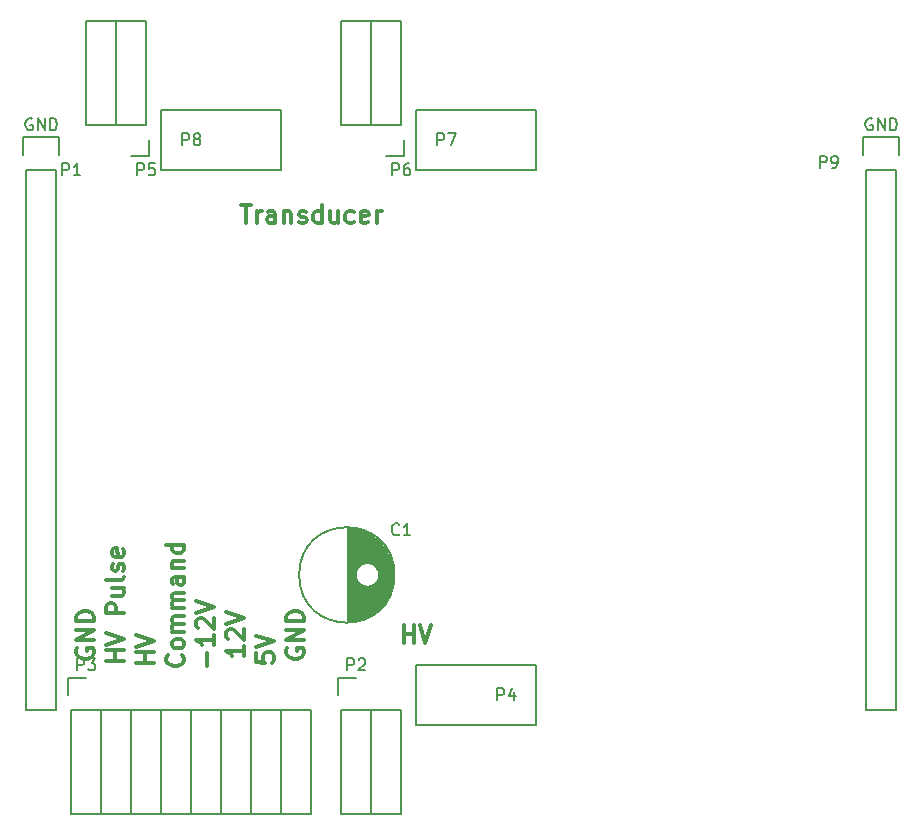
<source format=gbr>
G04 #@! TF.FileFunction,Legend,Top*
%FSLAX46Y46*%
G04 Gerber Fmt 4.6, Leading zero omitted, Abs format (unit mm)*
G04 Created by KiCad (PCBNEW 4.0.3+e1-6302~38~ubuntu16.04.1-stable) date Fri Aug 26 17:26:24 2016*
%MOMM*%
%LPD*%
G01*
G04 APERTURE LIST*
%ADD10C,0.100000*%
%ADD11C,0.300000*%
%ADD12C,0.150000*%
G04 APERTURE END LIST*
D10*
D11*
X91638572Y-130218571D02*
X91638572Y-128718571D01*
X91638572Y-129432857D02*
X92495715Y-129432857D01*
X92495715Y-130218571D02*
X92495715Y-128718571D01*
X92995715Y-128718571D02*
X93495715Y-130218571D01*
X93995715Y-128718571D01*
X77855715Y-93158571D02*
X78712858Y-93158571D01*
X78284287Y-94658571D02*
X78284287Y-93158571D01*
X79212858Y-94658571D02*
X79212858Y-93658571D01*
X79212858Y-93944286D02*
X79284286Y-93801429D01*
X79355715Y-93730000D01*
X79498572Y-93658571D01*
X79641429Y-93658571D01*
X80784286Y-94658571D02*
X80784286Y-93872857D01*
X80712857Y-93730000D01*
X80570000Y-93658571D01*
X80284286Y-93658571D01*
X80141429Y-93730000D01*
X80784286Y-94587143D02*
X80641429Y-94658571D01*
X80284286Y-94658571D01*
X80141429Y-94587143D01*
X80070000Y-94444286D01*
X80070000Y-94301429D01*
X80141429Y-94158571D01*
X80284286Y-94087143D01*
X80641429Y-94087143D01*
X80784286Y-94015714D01*
X81498572Y-93658571D02*
X81498572Y-94658571D01*
X81498572Y-93801429D02*
X81570000Y-93730000D01*
X81712858Y-93658571D01*
X81927143Y-93658571D01*
X82070000Y-93730000D01*
X82141429Y-93872857D01*
X82141429Y-94658571D01*
X82784286Y-94587143D02*
X82927143Y-94658571D01*
X83212858Y-94658571D01*
X83355715Y-94587143D01*
X83427143Y-94444286D01*
X83427143Y-94372857D01*
X83355715Y-94230000D01*
X83212858Y-94158571D01*
X82998572Y-94158571D01*
X82855715Y-94087143D01*
X82784286Y-93944286D01*
X82784286Y-93872857D01*
X82855715Y-93730000D01*
X82998572Y-93658571D01*
X83212858Y-93658571D01*
X83355715Y-93730000D01*
X84712858Y-94658571D02*
X84712858Y-93158571D01*
X84712858Y-94587143D02*
X84570001Y-94658571D01*
X84284287Y-94658571D01*
X84141429Y-94587143D01*
X84070001Y-94515714D01*
X83998572Y-94372857D01*
X83998572Y-93944286D01*
X84070001Y-93801429D01*
X84141429Y-93730000D01*
X84284287Y-93658571D01*
X84570001Y-93658571D01*
X84712858Y-93730000D01*
X86070001Y-93658571D02*
X86070001Y-94658571D01*
X85427144Y-93658571D02*
X85427144Y-94444286D01*
X85498572Y-94587143D01*
X85641430Y-94658571D01*
X85855715Y-94658571D01*
X85998572Y-94587143D01*
X86070001Y-94515714D01*
X87427144Y-94587143D02*
X87284287Y-94658571D01*
X86998573Y-94658571D01*
X86855715Y-94587143D01*
X86784287Y-94515714D01*
X86712858Y-94372857D01*
X86712858Y-93944286D01*
X86784287Y-93801429D01*
X86855715Y-93730000D01*
X86998573Y-93658571D01*
X87284287Y-93658571D01*
X87427144Y-93730000D01*
X88641429Y-94587143D02*
X88498572Y-94658571D01*
X88212858Y-94658571D01*
X88070001Y-94587143D01*
X87998572Y-94444286D01*
X87998572Y-93872857D01*
X88070001Y-93730000D01*
X88212858Y-93658571D01*
X88498572Y-93658571D01*
X88641429Y-93730000D01*
X88712858Y-93872857D01*
X88712858Y-94015714D01*
X87998572Y-94158571D01*
X89355715Y-94658571D02*
X89355715Y-93658571D01*
X89355715Y-93944286D02*
X89427143Y-93801429D01*
X89498572Y-93730000D01*
X89641429Y-93658571D01*
X89784286Y-93658571D01*
X64020000Y-130682857D02*
X63948571Y-130825714D01*
X63948571Y-131040000D01*
X64020000Y-131254285D01*
X64162857Y-131397143D01*
X64305714Y-131468571D01*
X64591429Y-131540000D01*
X64805714Y-131540000D01*
X65091429Y-131468571D01*
X65234286Y-131397143D01*
X65377143Y-131254285D01*
X65448571Y-131040000D01*
X65448571Y-130897143D01*
X65377143Y-130682857D01*
X65305714Y-130611428D01*
X64805714Y-130611428D01*
X64805714Y-130897143D01*
X65448571Y-129968571D02*
X63948571Y-129968571D01*
X65448571Y-129111428D01*
X63948571Y-129111428D01*
X65448571Y-128397142D02*
X63948571Y-128397142D01*
X63948571Y-128039999D01*
X64020000Y-127825714D01*
X64162857Y-127682856D01*
X64305714Y-127611428D01*
X64591429Y-127539999D01*
X64805714Y-127539999D01*
X65091429Y-127611428D01*
X65234286Y-127682856D01*
X65377143Y-127825714D01*
X65448571Y-128039999D01*
X65448571Y-128397142D01*
X81800000Y-130682857D02*
X81728571Y-130825714D01*
X81728571Y-131040000D01*
X81800000Y-131254285D01*
X81942857Y-131397143D01*
X82085714Y-131468571D01*
X82371429Y-131540000D01*
X82585714Y-131540000D01*
X82871429Y-131468571D01*
X83014286Y-131397143D01*
X83157143Y-131254285D01*
X83228571Y-131040000D01*
X83228571Y-130897143D01*
X83157143Y-130682857D01*
X83085714Y-130611428D01*
X82585714Y-130611428D01*
X82585714Y-130897143D01*
X83228571Y-129968571D02*
X81728571Y-129968571D01*
X83228571Y-129111428D01*
X81728571Y-129111428D01*
X83228571Y-128397142D02*
X81728571Y-128397142D01*
X81728571Y-128039999D01*
X81800000Y-127825714D01*
X81942857Y-127682856D01*
X82085714Y-127611428D01*
X82371429Y-127539999D01*
X82585714Y-127539999D01*
X82871429Y-127611428D01*
X83014286Y-127682856D01*
X83157143Y-127825714D01*
X83228571Y-128039999D01*
X83228571Y-128397142D01*
X79188571Y-131095713D02*
X79188571Y-131809999D01*
X79902857Y-131881428D01*
X79831429Y-131809999D01*
X79760000Y-131667142D01*
X79760000Y-131309999D01*
X79831429Y-131167142D01*
X79902857Y-131095713D01*
X80045714Y-131024285D01*
X80402857Y-131024285D01*
X80545714Y-131095713D01*
X80617143Y-131167142D01*
X80688571Y-131309999D01*
X80688571Y-131667142D01*
X80617143Y-131809999D01*
X80545714Y-131881428D01*
X79188571Y-130595714D02*
X80688571Y-130095714D01*
X79188571Y-129595714D01*
X78148571Y-130468571D02*
X78148571Y-131325714D01*
X78148571Y-130897142D02*
X76648571Y-130897142D01*
X76862857Y-131039999D01*
X77005714Y-131182857D01*
X77077143Y-131325714D01*
X76791429Y-129897143D02*
X76720000Y-129825714D01*
X76648571Y-129682857D01*
X76648571Y-129325714D01*
X76720000Y-129182857D01*
X76791429Y-129111428D01*
X76934286Y-129040000D01*
X77077143Y-129040000D01*
X77291429Y-129111428D01*
X78148571Y-129968571D01*
X78148571Y-129040000D01*
X76648571Y-128611429D02*
X78148571Y-128111429D01*
X76648571Y-127611429D01*
X75037143Y-132182856D02*
X75037143Y-131039999D01*
X75608571Y-129539999D02*
X75608571Y-130397142D01*
X75608571Y-129968570D02*
X74108571Y-129968570D01*
X74322857Y-130111427D01*
X74465714Y-130254285D01*
X74537143Y-130397142D01*
X74251429Y-128968571D02*
X74180000Y-128897142D01*
X74108571Y-128754285D01*
X74108571Y-128397142D01*
X74180000Y-128254285D01*
X74251429Y-128182856D01*
X74394286Y-128111428D01*
X74537143Y-128111428D01*
X74751429Y-128182856D01*
X75608571Y-129039999D01*
X75608571Y-128111428D01*
X74108571Y-127682857D02*
X75608571Y-127182857D01*
X74108571Y-126682857D01*
X72925714Y-131250000D02*
X72997143Y-131321429D01*
X73068571Y-131535715D01*
X73068571Y-131678572D01*
X72997143Y-131892857D01*
X72854286Y-132035715D01*
X72711429Y-132107143D01*
X72425714Y-132178572D01*
X72211429Y-132178572D01*
X71925714Y-132107143D01*
X71782857Y-132035715D01*
X71640000Y-131892857D01*
X71568571Y-131678572D01*
X71568571Y-131535715D01*
X71640000Y-131321429D01*
X71711429Y-131250000D01*
X73068571Y-130392857D02*
X72997143Y-130535715D01*
X72925714Y-130607143D01*
X72782857Y-130678572D01*
X72354286Y-130678572D01*
X72211429Y-130607143D01*
X72140000Y-130535715D01*
X72068571Y-130392857D01*
X72068571Y-130178572D01*
X72140000Y-130035715D01*
X72211429Y-129964286D01*
X72354286Y-129892857D01*
X72782857Y-129892857D01*
X72925714Y-129964286D01*
X72997143Y-130035715D01*
X73068571Y-130178572D01*
X73068571Y-130392857D01*
X73068571Y-129250000D02*
X72068571Y-129250000D01*
X72211429Y-129250000D02*
X72140000Y-129178572D01*
X72068571Y-129035714D01*
X72068571Y-128821429D01*
X72140000Y-128678572D01*
X72282857Y-128607143D01*
X73068571Y-128607143D01*
X72282857Y-128607143D02*
X72140000Y-128535714D01*
X72068571Y-128392857D01*
X72068571Y-128178572D01*
X72140000Y-128035714D01*
X72282857Y-127964286D01*
X73068571Y-127964286D01*
X73068571Y-127250000D02*
X72068571Y-127250000D01*
X72211429Y-127250000D02*
X72140000Y-127178572D01*
X72068571Y-127035714D01*
X72068571Y-126821429D01*
X72140000Y-126678572D01*
X72282857Y-126607143D01*
X73068571Y-126607143D01*
X72282857Y-126607143D02*
X72140000Y-126535714D01*
X72068571Y-126392857D01*
X72068571Y-126178572D01*
X72140000Y-126035714D01*
X72282857Y-125964286D01*
X73068571Y-125964286D01*
X73068571Y-124607143D02*
X72282857Y-124607143D01*
X72140000Y-124678572D01*
X72068571Y-124821429D01*
X72068571Y-125107143D01*
X72140000Y-125250000D01*
X72997143Y-124607143D02*
X73068571Y-124750000D01*
X73068571Y-125107143D01*
X72997143Y-125250000D01*
X72854286Y-125321429D01*
X72711429Y-125321429D01*
X72568571Y-125250000D01*
X72497143Y-125107143D01*
X72497143Y-124750000D01*
X72425714Y-124607143D01*
X72068571Y-123892857D02*
X73068571Y-123892857D01*
X72211429Y-123892857D02*
X72140000Y-123821429D01*
X72068571Y-123678571D01*
X72068571Y-123464286D01*
X72140000Y-123321429D01*
X72282857Y-123250000D01*
X73068571Y-123250000D01*
X73068571Y-121892857D02*
X71568571Y-121892857D01*
X72997143Y-121892857D02*
X73068571Y-122035714D01*
X73068571Y-122321428D01*
X72997143Y-122464286D01*
X72925714Y-122535714D01*
X72782857Y-122607143D01*
X72354286Y-122607143D01*
X72211429Y-122535714D01*
X72140000Y-122464286D01*
X72068571Y-122321428D01*
X72068571Y-122035714D01*
X72140000Y-121892857D01*
X70528571Y-131881428D02*
X69028571Y-131881428D01*
X69742857Y-131881428D02*
X69742857Y-131024285D01*
X70528571Y-131024285D02*
X69028571Y-131024285D01*
X69028571Y-130524285D02*
X70528571Y-130024285D01*
X69028571Y-129524285D01*
X67988571Y-131714285D02*
X66488571Y-131714285D01*
X67202857Y-131714285D02*
X67202857Y-130857142D01*
X67988571Y-130857142D02*
X66488571Y-130857142D01*
X66488571Y-130357142D02*
X67988571Y-129857142D01*
X66488571Y-129357142D01*
X67988571Y-127714285D02*
X66488571Y-127714285D01*
X66488571Y-127142857D01*
X66560000Y-126999999D01*
X66631429Y-126928571D01*
X66774286Y-126857142D01*
X66988571Y-126857142D01*
X67131429Y-126928571D01*
X67202857Y-126999999D01*
X67274286Y-127142857D01*
X67274286Y-127714285D01*
X66988571Y-125571428D02*
X67988571Y-125571428D01*
X66988571Y-126214285D02*
X67774286Y-126214285D01*
X67917143Y-126142857D01*
X67988571Y-125999999D01*
X67988571Y-125785714D01*
X67917143Y-125642857D01*
X67845714Y-125571428D01*
X67988571Y-124642856D02*
X67917143Y-124785714D01*
X67774286Y-124857142D01*
X66488571Y-124857142D01*
X67917143Y-124142857D02*
X67988571Y-124000000D01*
X67988571Y-123714285D01*
X67917143Y-123571428D01*
X67774286Y-123500000D01*
X67702857Y-123500000D01*
X67560000Y-123571428D01*
X67488571Y-123714285D01*
X67488571Y-123928571D01*
X67417143Y-124071428D01*
X67274286Y-124142857D01*
X67202857Y-124142857D01*
X67060000Y-124071428D01*
X66988571Y-123928571D01*
X66988571Y-123714285D01*
X67060000Y-123571428D01*
X67917143Y-122285714D02*
X67988571Y-122428571D01*
X67988571Y-122714285D01*
X67917143Y-122857142D01*
X67774286Y-122928571D01*
X67202857Y-122928571D01*
X67060000Y-122857142D01*
X66988571Y-122714285D01*
X66988571Y-122428571D01*
X67060000Y-122285714D01*
X67202857Y-122214285D01*
X67345714Y-122214285D01*
X67488571Y-122928571D01*
D12*
X91440000Y-144720000D02*
X91440000Y-135890000D01*
X88900000Y-144720000D02*
X91440000Y-144720000D01*
X88900000Y-135890000D02*
X88900000Y-144720000D01*
X88900000Y-135890000D02*
X91440000Y-135890000D01*
X86360000Y-135890000D02*
X88900000Y-135890000D01*
X87630000Y-133220000D02*
X86080000Y-133220000D01*
X86080000Y-133220000D02*
X86080000Y-134620000D01*
X86360000Y-135890000D02*
X86360000Y-144720000D01*
X86360000Y-144720000D02*
X88900000Y-144720000D01*
X88900000Y-144720000D02*
X88900000Y-135890000D01*
X81280000Y-144720000D02*
X81280000Y-135890000D01*
X78740000Y-144720000D02*
X81280000Y-144720000D01*
X78740000Y-135890000D02*
X81280000Y-135890000D01*
X81280000Y-135890000D02*
X83820000Y-135890000D01*
X81280000Y-144720000D02*
X83820000Y-144720000D01*
X83820000Y-144720000D02*
X83820000Y-135890000D01*
X78740000Y-144720000D02*
X78740000Y-135890000D01*
X76200000Y-144720000D02*
X78740000Y-144720000D01*
X76200000Y-135890000D02*
X78740000Y-135890000D01*
X73660000Y-135890000D02*
X76200000Y-135890000D01*
X73660000Y-144720000D02*
X76200000Y-144720000D01*
X76200000Y-144720000D02*
X76200000Y-135890000D01*
X73660000Y-144720000D02*
X73660000Y-135890000D01*
X71120000Y-144720000D02*
X73660000Y-144720000D01*
X71120000Y-135890000D02*
X73660000Y-135890000D01*
X68580000Y-135890000D02*
X71120000Y-135890000D01*
X68580000Y-144720000D02*
X71120000Y-144720000D01*
X71120000Y-144720000D02*
X71120000Y-135890000D01*
X68580000Y-144720000D02*
X68580000Y-135890000D01*
X66040000Y-144720000D02*
X68580000Y-144720000D01*
X66040000Y-135890000D02*
X66040000Y-144720000D01*
X66040000Y-135890000D02*
X68580000Y-135890000D01*
X63500000Y-135890000D02*
X66040000Y-135890000D01*
X64770000Y-133220000D02*
X63220000Y-133220000D01*
X63220000Y-133220000D02*
X63220000Y-134620000D01*
X63500000Y-135890000D02*
X63500000Y-144720000D01*
X63500000Y-144720000D02*
X66040000Y-144720000D01*
X66040000Y-144720000D02*
X66040000Y-135890000D01*
X92710000Y-132080000D02*
X102870000Y-132080000D01*
X102870000Y-132080000D02*
X102870000Y-137160000D01*
X102870000Y-137160000D02*
X92710000Y-137160000D01*
X92710000Y-137160000D02*
X92710000Y-132080000D01*
X64770000Y-77530000D02*
X64770000Y-86360000D01*
X67310000Y-77530000D02*
X64770000Y-77530000D01*
X67310000Y-86360000D02*
X67310000Y-77530000D01*
X67310000Y-86360000D02*
X64770000Y-86360000D01*
X69850000Y-86360000D02*
X67310000Y-86360000D01*
X68580000Y-89030000D02*
X70130000Y-89030000D01*
X70130000Y-89030000D02*
X70130000Y-87630000D01*
X69850000Y-86360000D02*
X69850000Y-77530000D01*
X69850000Y-77530000D02*
X67310000Y-77530000D01*
X67310000Y-77530000D02*
X67310000Y-86360000D01*
X86360000Y-77530000D02*
X86360000Y-86360000D01*
X88900000Y-77530000D02*
X86360000Y-77530000D01*
X88900000Y-86360000D02*
X88900000Y-77530000D01*
X88900000Y-86360000D02*
X86360000Y-86360000D01*
X91440000Y-86360000D02*
X88900000Y-86360000D01*
X90170000Y-89030000D02*
X91720000Y-89030000D01*
X91720000Y-89030000D02*
X91720000Y-87630000D01*
X91440000Y-86360000D02*
X91440000Y-77530000D01*
X91440000Y-77530000D02*
X88900000Y-77530000D01*
X88900000Y-77530000D02*
X88900000Y-86360000D01*
X102870000Y-90170000D02*
X92710000Y-90170000D01*
X92710000Y-90170000D02*
X92710000Y-85090000D01*
X92710000Y-85090000D02*
X102870000Y-85090000D01*
X102870000Y-85090000D02*
X102870000Y-90170000D01*
X81280000Y-90170000D02*
X71120000Y-90170000D01*
X71120000Y-90170000D02*
X71120000Y-85090000D01*
X71120000Y-85090000D02*
X81280000Y-85090000D01*
X81280000Y-85090000D02*
X81280000Y-90170000D01*
X130810000Y-90170000D02*
X130810000Y-135890000D01*
X130810000Y-135890000D02*
X133350000Y-135890000D01*
X133350000Y-135890000D02*
X133350000Y-90170000D01*
X130530000Y-87350000D02*
X130530000Y-88900000D01*
X130810000Y-90170000D02*
X133350000Y-90170000D01*
X133630000Y-88900000D02*
X133630000Y-87350000D01*
X133630000Y-87350000D02*
X130530000Y-87350000D01*
X59690000Y-90170000D02*
X59690000Y-135890000D01*
X59690000Y-135890000D02*
X62230000Y-135890000D01*
X62230000Y-135890000D02*
X62230000Y-90170000D01*
X59410000Y-87350000D02*
X59410000Y-88900000D01*
X59690000Y-90170000D02*
X62230000Y-90170000D01*
X62510000Y-88900000D02*
X62510000Y-87350000D01*
X62510000Y-87350000D02*
X59410000Y-87350000D01*
X86915000Y-120461000D02*
X86915000Y-128459000D01*
X87055000Y-120466000D02*
X87055000Y-128454000D01*
X87195000Y-120476000D02*
X87195000Y-128444000D01*
X87335000Y-120491000D02*
X87335000Y-128429000D01*
X87475000Y-120511000D02*
X87475000Y-128409000D01*
X87615000Y-120536000D02*
X87615000Y-124238000D01*
X87615000Y-124682000D02*
X87615000Y-128384000D01*
X87755000Y-120566000D02*
X87755000Y-123910000D01*
X87755000Y-125010000D02*
X87755000Y-128354000D01*
X87895000Y-120602000D02*
X87895000Y-123741000D01*
X87895000Y-125179000D02*
X87895000Y-128318000D01*
X88035000Y-120643000D02*
X88035000Y-123628000D01*
X88035000Y-125292000D02*
X88035000Y-128277000D01*
X88175000Y-120689000D02*
X88175000Y-123550000D01*
X88175000Y-125370000D02*
X88175000Y-128231000D01*
X88315000Y-120742000D02*
X88315000Y-123499000D01*
X88315000Y-125421000D02*
X88315000Y-128178000D01*
X88455000Y-120801000D02*
X88455000Y-123469000D01*
X88455000Y-125451000D02*
X88455000Y-128119000D01*
X88595000Y-120866000D02*
X88595000Y-123460000D01*
X88595000Y-125460000D02*
X88595000Y-128054000D01*
X88735000Y-120937000D02*
X88735000Y-123471000D01*
X88735000Y-125449000D02*
X88735000Y-127983000D01*
X88875000Y-121016000D02*
X88875000Y-123501000D01*
X88875000Y-125419000D02*
X88875000Y-127904000D01*
X89015000Y-121103000D02*
X89015000Y-123555000D01*
X89015000Y-125365000D02*
X89015000Y-127817000D01*
X89155000Y-121198000D02*
X89155000Y-123635000D01*
X89155000Y-125285000D02*
X89155000Y-127722000D01*
X89295000Y-121302000D02*
X89295000Y-123751000D01*
X89295000Y-125169000D02*
X89295000Y-127618000D01*
X89435000Y-121416000D02*
X89435000Y-123925000D01*
X89435000Y-124995000D02*
X89435000Y-127504000D01*
X89575000Y-121541000D02*
X89575000Y-124287000D01*
X89575000Y-124633000D02*
X89575000Y-127379000D01*
X89715000Y-121679000D02*
X89715000Y-127241000D01*
X89855000Y-121831000D02*
X89855000Y-127089000D01*
X89995000Y-122001000D02*
X89995000Y-126919000D01*
X90135000Y-122192000D02*
X90135000Y-126728000D01*
X90275000Y-122410000D02*
X90275000Y-126510000D01*
X90415000Y-122666000D02*
X90415000Y-126254000D01*
X90555000Y-122977000D02*
X90555000Y-125943000D01*
X90695000Y-123393000D02*
X90695000Y-125527000D01*
X90835000Y-124260000D02*
X90835000Y-124660000D01*
X89590000Y-124460000D02*
G75*
G03X89590000Y-124460000I-1000000J0D01*
G01*
X90877500Y-124460000D02*
G75*
G03X90877500Y-124460000I-4037500J0D01*
G01*
X86891905Y-132532381D02*
X86891905Y-131532381D01*
X87272858Y-131532381D01*
X87368096Y-131580000D01*
X87415715Y-131627619D01*
X87463334Y-131722857D01*
X87463334Y-131865714D01*
X87415715Y-131960952D01*
X87368096Y-132008571D01*
X87272858Y-132056190D01*
X86891905Y-132056190D01*
X87844286Y-131627619D02*
X87891905Y-131580000D01*
X87987143Y-131532381D01*
X88225239Y-131532381D01*
X88320477Y-131580000D01*
X88368096Y-131627619D01*
X88415715Y-131722857D01*
X88415715Y-131818095D01*
X88368096Y-131960952D01*
X87796667Y-132532381D01*
X88415715Y-132532381D01*
X64031905Y-132532381D02*
X64031905Y-131532381D01*
X64412858Y-131532381D01*
X64508096Y-131580000D01*
X64555715Y-131627619D01*
X64603334Y-131722857D01*
X64603334Y-131865714D01*
X64555715Y-131960952D01*
X64508096Y-132008571D01*
X64412858Y-132056190D01*
X64031905Y-132056190D01*
X64936667Y-131532381D02*
X65555715Y-131532381D01*
X65222381Y-131913333D01*
X65365239Y-131913333D01*
X65460477Y-131960952D01*
X65508096Y-132008571D01*
X65555715Y-132103810D01*
X65555715Y-132341905D01*
X65508096Y-132437143D01*
X65460477Y-132484762D01*
X65365239Y-132532381D01*
X65079524Y-132532381D01*
X64984286Y-132484762D01*
X64936667Y-132437143D01*
X99591905Y-135072381D02*
X99591905Y-134072381D01*
X99972858Y-134072381D01*
X100068096Y-134120000D01*
X100115715Y-134167619D01*
X100163334Y-134262857D01*
X100163334Y-134405714D01*
X100115715Y-134500952D01*
X100068096Y-134548571D01*
X99972858Y-134596190D01*
X99591905Y-134596190D01*
X101020477Y-134405714D02*
X101020477Y-135072381D01*
X100782381Y-134024762D02*
X100544286Y-134739048D01*
X101163334Y-134739048D01*
X69111905Y-90622381D02*
X69111905Y-89622381D01*
X69492858Y-89622381D01*
X69588096Y-89670000D01*
X69635715Y-89717619D01*
X69683334Y-89812857D01*
X69683334Y-89955714D01*
X69635715Y-90050952D01*
X69588096Y-90098571D01*
X69492858Y-90146190D01*
X69111905Y-90146190D01*
X70588096Y-89622381D02*
X70111905Y-89622381D01*
X70064286Y-90098571D01*
X70111905Y-90050952D01*
X70207143Y-90003333D01*
X70445239Y-90003333D01*
X70540477Y-90050952D01*
X70588096Y-90098571D01*
X70635715Y-90193810D01*
X70635715Y-90431905D01*
X70588096Y-90527143D01*
X70540477Y-90574762D01*
X70445239Y-90622381D01*
X70207143Y-90622381D01*
X70111905Y-90574762D01*
X70064286Y-90527143D01*
X90701905Y-90622381D02*
X90701905Y-89622381D01*
X91082858Y-89622381D01*
X91178096Y-89670000D01*
X91225715Y-89717619D01*
X91273334Y-89812857D01*
X91273334Y-89955714D01*
X91225715Y-90050952D01*
X91178096Y-90098571D01*
X91082858Y-90146190D01*
X90701905Y-90146190D01*
X92130477Y-89622381D02*
X91940000Y-89622381D01*
X91844762Y-89670000D01*
X91797143Y-89717619D01*
X91701905Y-89860476D01*
X91654286Y-90050952D01*
X91654286Y-90431905D01*
X91701905Y-90527143D01*
X91749524Y-90574762D01*
X91844762Y-90622381D01*
X92035239Y-90622381D01*
X92130477Y-90574762D01*
X92178096Y-90527143D01*
X92225715Y-90431905D01*
X92225715Y-90193810D01*
X92178096Y-90098571D01*
X92130477Y-90050952D01*
X92035239Y-90003333D01*
X91844762Y-90003333D01*
X91749524Y-90050952D01*
X91701905Y-90098571D01*
X91654286Y-90193810D01*
X94511905Y-88082381D02*
X94511905Y-87082381D01*
X94892858Y-87082381D01*
X94988096Y-87130000D01*
X95035715Y-87177619D01*
X95083334Y-87272857D01*
X95083334Y-87415714D01*
X95035715Y-87510952D01*
X94988096Y-87558571D01*
X94892858Y-87606190D01*
X94511905Y-87606190D01*
X95416667Y-87082381D02*
X96083334Y-87082381D01*
X95654762Y-88082381D01*
X72921905Y-88082381D02*
X72921905Y-87082381D01*
X73302858Y-87082381D01*
X73398096Y-87130000D01*
X73445715Y-87177619D01*
X73493334Y-87272857D01*
X73493334Y-87415714D01*
X73445715Y-87510952D01*
X73398096Y-87558571D01*
X73302858Y-87606190D01*
X72921905Y-87606190D01*
X74064762Y-87510952D02*
X73969524Y-87463333D01*
X73921905Y-87415714D01*
X73874286Y-87320476D01*
X73874286Y-87272857D01*
X73921905Y-87177619D01*
X73969524Y-87130000D01*
X74064762Y-87082381D01*
X74255239Y-87082381D01*
X74350477Y-87130000D01*
X74398096Y-87177619D01*
X74445715Y-87272857D01*
X74445715Y-87320476D01*
X74398096Y-87415714D01*
X74350477Y-87463333D01*
X74255239Y-87510952D01*
X74064762Y-87510952D01*
X73969524Y-87558571D01*
X73921905Y-87606190D01*
X73874286Y-87701429D01*
X73874286Y-87891905D01*
X73921905Y-87987143D01*
X73969524Y-88034762D01*
X74064762Y-88082381D01*
X74255239Y-88082381D01*
X74350477Y-88034762D01*
X74398096Y-87987143D01*
X74445715Y-87891905D01*
X74445715Y-87701429D01*
X74398096Y-87606190D01*
X74350477Y-87558571D01*
X74255239Y-87510952D01*
X126896905Y-89987381D02*
X126896905Y-88987381D01*
X127277858Y-88987381D01*
X127373096Y-89035000D01*
X127420715Y-89082619D01*
X127468334Y-89177857D01*
X127468334Y-89320714D01*
X127420715Y-89415952D01*
X127373096Y-89463571D01*
X127277858Y-89511190D01*
X126896905Y-89511190D01*
X127944524Y-89987381D02*
X128135000Y-89987381D01*
X128230239Y-89939762D01*
X128277858Y-89892143D01*
X128373096Y-89749286D01*
X128420715Y-89558810D01*
X128420715Y-89177857D01*
X128373096Y-89082619D01*
X128325477Y-89035000D01*
X128230239Y-88987381D01*
X128039762Y-88987381D01*
X127944524Y-89035000D01*
X127896905Y-89082619D01*
X127849286Y-89177857D01*
X127849286Y-89415952D01*
X127896905Y-89511190D01*
X127944524Y-89558810D01*
X128039762Y-89606429D01*
X128230239Y-89606429D01*
X128325477Y-89558810D01*
X128373096Y-89511190D01*
X128420715Y-89415952D01*
X131318096Y-85860000D02*
X131222858Y-85812381D01*
X131080001Y-85812381D01*
X130937143Y-85860000D01*
X130841905Y-85955238D01*
X130794286Y-86050476D01*
X130746667Y-86240952D01*
X130746667Y-86383810D01*
X130794286Y-86574286D01*
X130841905Y-86669524D01*
X130937143Y-86764762D01*
X131080001Y-86812381D01*
X131175239Y-86812381D01*
X131318096Y-86764762D01*
X131365715Y-86717143D01*
X131365715Y-86383810D01*
X131175239Y-86383810D01*
X131794286Y-86812381D02*
X131794286Y-85812381D01*
X132365715Y-86812381D01*
X132365715Y-85812381D01*
X132841905Y-86812381D02*
X132841905Y-85812381D01*
X133080000Y-85812381D01*
X133222858Y-85860000D01*
X133318096Y-85955238D01*
X133365715Y-86050476D01*
X133413334Y-86240952D01*
X133413334Y-86383810D01*
X133365715Y-86574286D01*
X133318096Y-86669524D01*
X133222858Y-86764762D01*
X133080000Y-86812381D01*
X132841905Y-86812381D01*
X62761905Y-90622381D02*
X62761905Y-89622381D01*
X63142858Y-89622381D01*
X63238096Y-89670000D01*
X63285715Y-89717619D01*
X63333334Y-89812857D01*
X63333334Y-89955714D01*
X63285715Y-90050952D01*
X63238096Y-90098571D01*
X63142858Y-90146190D01*
X62761905Y-90146190D01*
X64285715Y-90622381D02*
X63714286Y-90622381D01*
X64000000Y-90622381D02*
X64000000Y-89622381D01*
X63904762Y-89765238D01*
X63809524Y-89860476D01*
X63714286Y-89908095D01*
X60198096Y-85860000D02*
X60102858Y-85812381D01*
X59960001Y-85812381D01*
X59817143Y-85860000D01*
X59721905Y-85955238D01*
X59674286Y-86050476D01*
X59626667Y-86240952D01*
X59626667Y-86383810D01*
X59674286Y-86574286D01*
X59721905Y-86669524D01*
X59817143Y-86764762D01*
X59960001Y-86812381D01*
X60055239Y-86812381D01*
X60198096Y-86764762D01*
X60245715Y-86717143D01*
X60245715Y-86383810D01*
X60055239Y-86383810D01*
X60674286Y-86812381D02*
X60674286Y-85812381D01*
X61245715Y-86812381D01*
X61245715Y-85812381D01*
X61721905Y-86812381D02*
X61721905Y-85812381D01*
X61960000Y-85812381D01*
X62102858Y-85860000D01*
X62198096Y-85955238D01*
X62245715Y-86050476D01*
X62293334Y-86240952D01*
X62293334Y-86383810D01*
X62245715Y-86574286D01*
X62198096Y-86669524D01*
X62102858Y-86764762D01*
X61960000Y-86812381D01*
X61721905Y-86812381D01*
X91273334Y-121007143D02*
X91225715Y-121054762D01*
X91082858Y-121102381D01*
X90987620Y-121102381D01*
X90844762Y-121054762D01*
X90749524Y-120959524D01*
X90701905Y-120864286D01*
X90654286Y-120673810D01*
X90654286Y-120530952D01*
X90701905Y-120340476D01*
X90749524Y-120245238D01*
X90844762Y-120150000D01*
X90987620Y-120102381D01*
X91082858Y-120102381D01*
X91225715Y-120150000D01*
X91273334Y-120197619D01*
X92225715Y-121102381D02*
X91654286Y-121102381D01*
X91940000Y-121102381D02*
X91940000Y-120102381D01*
X91844762Y-120245238D01*
X91749524Y-120340476D01*
X91654286Y-120388095D01*
M02*

</source>
